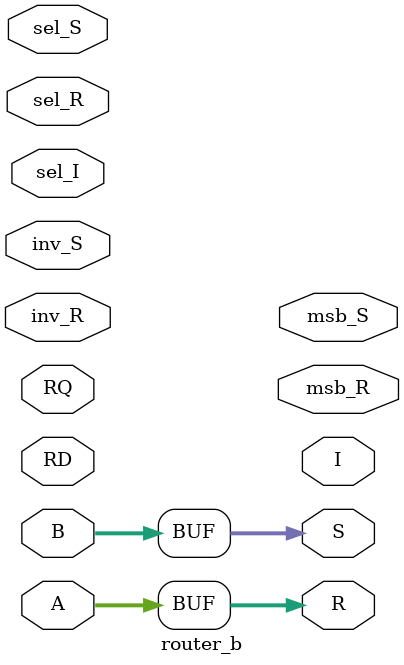
<source format=v>
module router_b ( A, B, RQ, RD, sel_R, sel_S, inv_R, inv_S, sel_I, R, S, I, 
        msb_R, msb_S );
  input [23:0] A;
  input [23:0] B;
  input [23:0] RQ;
  input [23:0] RD;
  input [1:0] sel_R;
  input [1:0] sel_S;
  input [1:0] sel_I;
  output [23:0] R;
  output [23:0] S;
  output [23:0] I;
  input inv_R, inv_S;
  output msb_R, msb_S;

  assign R[23] = A[23];
  assign R[22] = A[22];
  assign R[21] = A[21];
  assign R[20] = A[20];
  assign R[19] = A[19];
  assign R[18] = A[18];
  assign R[17] = A[17];
  assign R[16] = A[16];
  assign R[15] = A[15];
  assign R[14] = A[14];
  assign R[13] = A[13];
  assign R[12] = A[12];
  assign R[11] = A[11];
  assign R[10] = A[10];
  assign R[9] = A[9];
  assign R[8] = A[8];
  assign R[7] = A[7];
  assign R[6] = A[6];
  assign R[5] = A[5];
  assign R[4] = A[4];
  assign R[3] = A[3];
  assign R[2] = A[2];
  assign R[1] = A[1];
  assign R[0] = A[0];
  assign S[23] = B[23];
  assign S[22] = B[22];
  assign S[21] = B[21];
  assign S[20] = B[20];
  assign S[19] = B[19];
  assign S[18] = B[18];
  assign S[17] = B[17];
  assign S[16] = B[16];
  assign S[15] = B[15];
  assign S[14] = B[14];
  assign S[13] = B[13];
  assign S[12] = B[12];
  assign S[11] = B[11];
  assign S[10] = B[10];
  assign S[9] = B[9];
  assign S[8] = B[8];
  assign S[7] = B[7];
  assign S[6] = B[6];
  assign S[5] = B[5];
  assign S[4] = B[4];
  assign S[3] = B[3];
  assign S[2] = B[2];
  assign S[1] = B[1];
  assign S[0] = B[0];

endmodule

</source>
